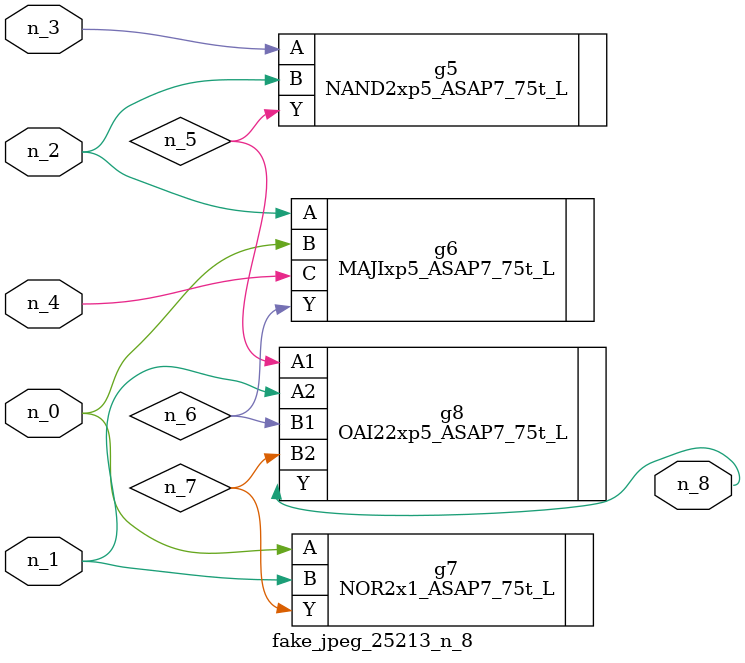
<source format=v>
module fake_jpeg_25213_n_8 (n_3, n_2, n_1, n_0, n_4, n_8);

input n_3;
input n_2;
input n_1;
input n_0;
input n_4;

output n_8;

wire n_6;
wire n_5;
wire n_7;

NAND2xp5_ASAP7_75t_L g5 ( 
.A(n_3),
.B(n_2),
.Y(n_5)
);

MAJIxp5_ASAP7_75t_L g6 ( 
.A(n_2),
.B(n_0),
.C(n_4),
.Y(n_6)
);

NOR2x1_ASAP7_75t_L g7 ( 
.A(n_0),
.B(n_1),
.Y(n_7)
);

OAI22xp5_ASAP7_75t_L g8 ( 
.A1(n_5),
.A2(n_1),
.B1(n_6),
.B2(n_7),
.Y(n_8)
);


endmodule
</source>
